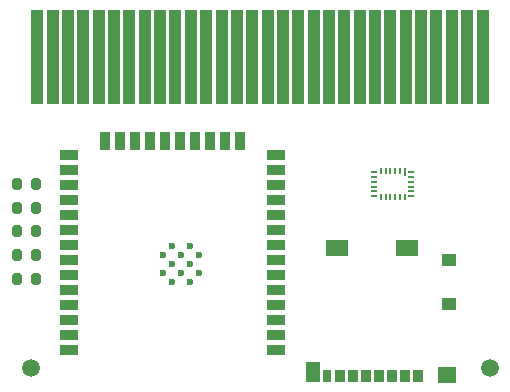
<source format=gbr>
%TF.GenerationSoftware,KiCad,Pcbnew,7.0.5*%
%TF.CreationDate,2023-07-07T22:00:19-05:00*%
%TF.ProjectId,leapsd,6c656170-7364-42e6-9b69-6361645f7063,rev?*%
%TF.SameCoordinates,Original*%
%TF.FileFunction,Soldermask,Top*%
%TF.FilePolarity,Negative*%
%FSLAX46Y46*%
G04 Gerber Fmt 4.6, Leading zero omitted, Abs format (unit mm)*
G04 Created by KiCad (PCBNEW 7.0.5) date 2023-07-07 22:00:19*
%MOMM*%
%LPD*%
G01*
G04 APERTURE LIST*
G04 Aperture macros list*
%AMRoundRect*
0 Rectangle with rounded corners*
0 $1 Rounding radius*
0 $2 $3 $4 $5 $6 $7 $8 $9 X,Y pos of 4 corners*
0 Add a 4 corners polygon primitive as box body*
4,1,4,$2,$3,$4,$5,$6,$7,$8,$9,$2,$3,0*
0 Add four circle primitives for the rounded corners*
1,1,$1+$1,$2,$3*
1,1,$1+$1,$4,$5*
1,1,$1+$1,$6,$7*
1,1,$1+$1,$8,$9*
0 Add four rect primitives between the rounded corners*
20,1,$1+$1,$2,$3,$4,$5,0*
20,1,$1+$1,$4,$5,$6,$7,0*
20,1,$1+$1,$6,$7,$8,$9,0*
20,1,$1+$1,$8,$9,$2,$3,0*%
G04 Aperture macros list end*
%ADD10R,0.001000X0.001000*%
%ADD11R,1.000000X8.000000*%
%ADD12RoundRect,0.200000X-0.200000X-0.275000X0.200000X-0.275000X0.200000X0.275000X-0.200000X0.275000X0*%
%ADD13C,1.500000*%
%ADD14R,1.500000X0.900000*%
%ADD15R,0.900000X1.500000*%
%ADD16C,0.600000*%
%ADD17R,0.225000X0.663000*%
%ADD18R,0.225000X0.563000*%
%ADD19R,0.563000X0.225000*%
%ADD20R,0.850000X1.100000*%
%ADD21R,0.750000X1.100000*%
%ADD22R,1.200000X1.000000*%
%ADD23R,1.550000X1.350000*%
%ADD24R,1.900000X1.350000*%
%ADD25R,1.170000X1.800000*%
G04 APERTURE END LIST*
D10*
%TO.C,1*%
X159900000Y-39200000D03*
X197600000Y-39200000D03*
D11*
X159900000Y-39200000D03*
X161200000Y-39200000D03*
X162500000Y-39200000D03*
X163800000Y-39200000D03*
X165100000Y-39200000D03*
X166400000Y-39200000D03*
X167700000Y-39200000D03*
X169000000Y-39200000D03*
X170300000Y-39200000D03*
X171600000Y-39200000D03*
X172900000Y-39200000D03*
X174200000Y-39200000D03*
X175500000Y-39200000D03*
X176800000Y-39200000D03*
X178100000Y-39200000D03*
X179400000Y-39200000D03*
X180700000Y-39200000D03*
X182000000Y-39200000D03*
X183300000Y-39200000D03*
X184600000Y-39200000D03*
X185900000Y-39200000D03*
X187200000Y-39200000D03*
X188500000Y-39200000D03*
X189800000Y-39200000D03*
X191100000Y-39200000D03*
X192400000Y-39200000D03*
X193700000Y-39200000D03*
X195000000Y-39200000D03*
X196300000Y-39200000D03*
X197600000Y-39200000D03*
%TD*%
D12*
%TO.C,REF\u002A\u002A*%
X158175000Y-56000000D03*
X159825000Y-56000000D03*
%TD*%
D13*
%TO.C,REF\u002A\u002A*%
X198200000Y-65600000D03*
%TD*%
D12*
%TO.C,REF\u002A\u002A*%
X158175000Y-58000000D03*
X159825000Y-58000000D03*
%TD*%
%TO.C,REF\u002A\u002A*%
X158175000Y-52000000D03*
X159825000Y-52000000D03*
%TD*%
%TO.C,REF\u002A\u002A*%
X158175000Y-54000000D03*
X159825000Y-54000000D03*
%TD*%
D14*
%TO.C,ESP32*%
X180125632Y-64075971D03*
X180125632Y-62805971D03*
X180125632Y-61535971D03*
X180125632Y-60265971D03*
X180125632Y-58995971D03*
X180125632Y-57725971D03*
X180125632Y-56455971D03*
X180125632Y-55185971D03*
X180125632Y-53915971D03*
X180125632Y-52645971D03*
X180125632Y-51375971D03*
X180125632Y-50105971D03*
X180125632Y-48835971D03*
X180125632Y-47565971D03*
D15*
X177085632Y-46315971D03*
X175815632Y-46315971D03*
X174545632Y-46315971D03*
X173275632Y-46315971D03*
X172005632Y-46315971D03*
X170735632Y-46315971D03*
X169465632Y-46315971D03*
X168195632Y-46315971D03*
X166925632Y-46315971D03*
X165655632Y-46315971D03*
D14*
X162625632Y-47565971D03*
X162625632Y-48835971D03*
X162625632Y-50105971D03*
X162625632Y-51375971D03*
X162625632Y-52645971D03*
X162625632Y-53915971D03*
X162625632Y-55185971D03*
X162625632Y-56455971D03*
X162625632Y-57725971D03*
X162625632Y-58995971D03*
X162625632Y-60265971D03*
X162625632Y-61535971D03*
X162625632Y-62805971D03*
X162625632Y-64075971D03*
D16*
X173580632Y-57498471D03*
X173580632Y-55973471D03*
X172818132Y-58260971D03*
X172818132Y-56735971D03*
X172818132Y-55210971D03*
X172055632Y-57498471D03*
X172055632Y-55973471D03*
X171293132Y-58260971D03*
X171293132Y-56735971D03*
X171293132Y-55210971D03*
X170530632Y-57498471D03*
X170530632Y-55973471D03*
%TD*%
D17*
%TO.C,REF\u002A\u002A*%
X191000000Y-48931500D03*
D18*
X190600000Y-48881500D03*
X190200000Y-48881500D03*
X189800000Y-48881500D03*
X189400000Y-48881500D03*
X189000000Y-48881500D03*
D19*
X188431500Y-49000000D03*
X188431500Y-49400000D03*
X188431500Y-49800000D03*
X188431500Y-50200000D03*
X188431500Y-50600000D03*
X188431500Y-51000000D03*
D18*
X189000000Y-51118500D03*
X189400000Y-51118500D03*
X189800000Y-51118500D03*
X190200000Y-51118500D03*
X190600000Y-51118500D03*
X191000000Y-51118500D03*
D19*
X191568500Y-51000000D03*
X191568500Y-50600000D03*
X191568500Y-50200000D03*
X191568500Y-49800000D03*
X191568500Y-49400000D03*
X191568500Y-49000000D03*
%TD*%
D20*
%TO.C,Micro SD*%
X192105000Y-66250000D03*
X191005000Y-66250000D03*
X189905000Y-66250000D03*
X188805000Y-66250000D03*
X187705000Y-66250000D03*
X186605000Y-66250000D03*
X185505000Y-66250000D03*
D21*
X184455000Y-66250000D03*
D22*
X194740000Y-60100000D03*
X194740000Y-56400000D03*
D23*
X194565000Y-66125000D03*
D24*
X191240000Y-55425000D03*
X185270000Y-55425000D03*
D25*
X183245000Y-65900000D03*
%TD*%
D12*
%TO.C,10k*%
X158175000Y-50000000D03*
X159825000Y-50000000D03*
%TD*%
D13*
%TO.C,REF\u002A\u002A*%
X159400000Y-65600000D03*
%TD*%
M02*

</source>
